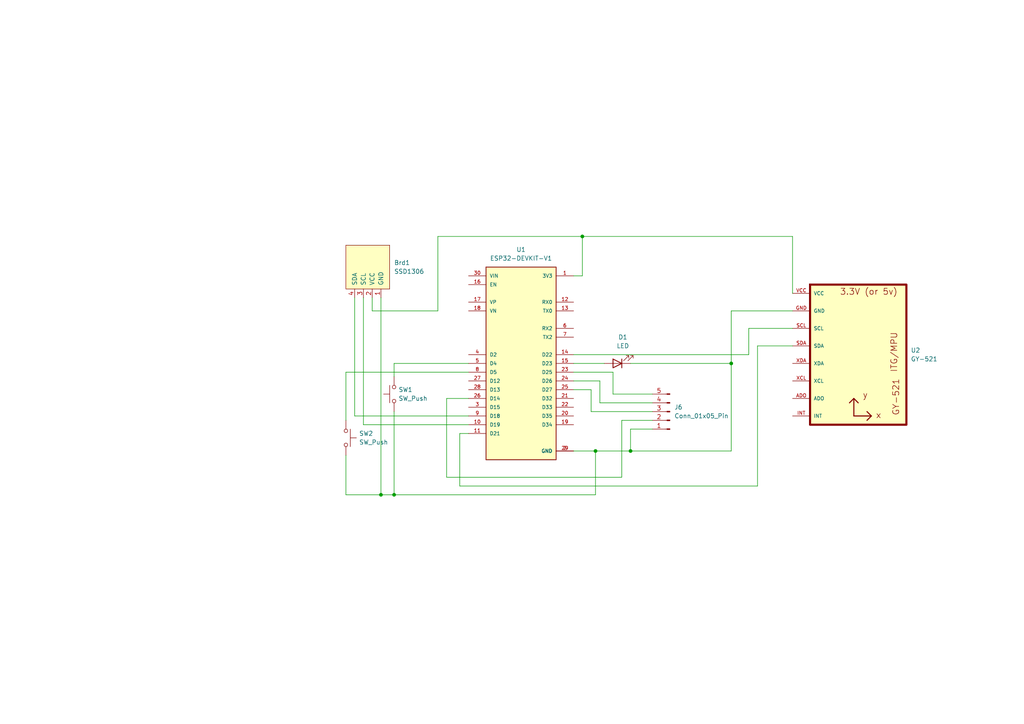
<source format=kicad_sch>
(kicad_sch (version 20250114) (generator "eeschema") (generator_version "9.0")
  (paper "A4")
  (lib_symbols
    (symbol "Connector:Conn_01x05_Pin" (pin_names (offset 1.016) (hide yes))
      (property "Reference" "J" (at 0 7.62 0))
      (property "Value" "Conn_01x05_Pin" (at 0 -7.62 0))
      (symbol "Conn_01x05_Pin_1_1"
        (rectangle (start 0.8636 5.207) (end 0 4.953) (stroke (width 0.1524)) (fill (type outline)))
        (rectangle (start 0.8636 2.667) (end 0 2.413) (stroke (width 0.1524)) (fill (type outline)))
        (rectangle (start 0.8636 0.127) (end 0 -0.127) (stroke (width 0.1524)) (fill (type outline)))
        (rectangle (start 0.8636 -2.413) (end 0 -2.667) (stroke (width 0.1524)) (fill (type outline)))
        (rectangle (start 0.8636 -4.953) (end 0 -5.207) (stroke (width 0.1524)) (fill (type outline)))
        (polyline (pts (xy 1.27 5.08) (xy 0.8636 5.08)) (stroke (width 0.1524)))
        (polyline (pts (xy 1.27 2.54) (xy 0.8636 2.54)) (stroke (width 0.1524)))
        (polyline (pts (xy 1.27 0) (xy 0.8636 0)) (stroke (width 0.1524)))
        (polyline (pts (xy 1.27 -2.54) (xy 0.8636 -2.54)) (stroke (width 0.1524)))
        (polyline (pts (xy 1.27 -5.08) (xy 0.8636 -5.08)) (stroke (width 0.1524)))
        (pin passive line (at 5.08 5.08 180) (length 3.81) (name "Pin_1") (number "1"))
        (pin passive line (at 5.08 2.54 180) (length 3.81) (name "Pin_2") (number "2"))
        (pin passive line (at 5.08 0 180) (length 3.81) (name "Pin_3") (number "3"))
        (pin passive line (at 5.08 -2.54 180) (length 3.81) (name "Pin_4") (number "4"))
        (pin passive line (at 5.08 -5.08 180) (length 3.81) (name "Pin_5") (number "5"))
      )
    )
    (symbol "Device:LED" (pin_numbers (hide yes)) (pin_names (offset 1.016) (hide yes))
      (property "Reference" "D" (at 0 2.54 0))
      (property "Value" "LED" (at 0 -2.54 0))
      (symbol "LED_0_1"
        (polyline (pts (xy -3.048 -0.762) (xy -4.572 -2.286) (xy -3.81 -2.286) (xy -4.572 -2.286) (xy -4.572 -1.524)))
        (polyline (pts (xy -1.778 -0.762) (xy -3.302 -2.286) (xy -2.54 -2.286) (xy -3.302 -2.286) (xy -3.302 -1.524)))
        (polyline (pts (xy -1.27 0) (xy 1.27 0)))
        (polyline (pts (xy -1.27 -1.27) (xy -1.27 1.27)) (stroke (width 0.254)))
        (polyline (pts (xy 1.27 -1.27) (xy 1.27 1.27) (xy -1.27 0) (xy 1.27 -1.27)) (stroke (width 0.254)))
      )
      (symbol "LED_1_1"
        (pin passive line (at -3.81 0 0) (length 2.54) (name "K") (number "1"))
        (pin passive line (at 3.81 0 180) (length 2.54) (name "A") (number "2"))
      )
    )
    (symbol "New_Library:ESP32-DEVKIT-V1" (pin_names (offset 1.016))
      (property "Reference" "U" (at -10.16 30.48 0))
      (property "Value" "ESP32-DEVKIT-V1" (at -10.16 -30.48 0))
      (symbol "ESP32-DEVKIT-V1_0_0"
        (rectangle (start -10.16 -27.94) (end 10.16 27.94) (stroke (width 0.254)) (fill (type background)))
        (pin input line (at -15.24 25.4 0) (length 5.08) (name "VIN") (number "30"))
        (pin input line (at -15.24 22.86 0) (length 5.08) (name "EN") (number "16"))
        (pin bidirectional line (at -15.24 17.78 0) (length 5.08) (name "VP") (number "17"))
        (pin bidirectional line (at -15.24 15.24 0) (length 5.08) (name "VN") (number "18"))
        (pin bidirectional line (at -15.24 2.54 0) (length 5.08) (name "D2") (number "4"))
        (pin bidirectional line (at -15.24 0 0) (length 5.08) (name "D4") (number "5"))
        (pin bidirectional line (at -15.24 -2.54 0) (length 5.08) (name "D5") (number "8"))
        (pin bidirectional line (at -15.24 -5.08 0) (length 5.08) (name "D12") (number "27"))
        (pin bidirectional line (at -15.24 -7.62 0) (length 5.08) (name "D13") (number "28"))
        (pin bidirectional line (at -15.24 -10.16 0) (length 5.08) (name "D14") (number "26"))
        (pin bidirectional line (at -15.24 -12.7 0) (length 5.08) (name "D15") (number "3"))
        (pin bidirectional line (at -15.24 -15.24 0) (length 5.08) (name "D18") (number "9"))
        (pin bidirectional line (at -15.24 -17.78 0) (length 5.08) (name "D19") (number "10"))
        (pin bidirectional line (at -15.24 -20.32 0) (length 5.08) (name "D21") (number "11"))
        (pin output line (at 15.24 25.4 180) (length 5.08) (name "3V3") (number "1"))
        (pin input line (at 15.24 17.78 180) (length 5.08) (name "RX0") (number "12"))
        (pin output line (at 15.24 15.24 180) (length 5.08) (name "TX0") (number "13"))
        (pin input line (at 15.24 10.16 180) (length 5.08) (name "RX2") (number "6"))
        (pin output line (at 15.24 7.62 180) (length 5.08) (name "TX2") (number "7"))
        (pin bidirectional line (at 15.24 2.54 180) (length 5.08) (name "D22") (number "14"))
        (pin bidirectional line (at 15.24 0 180) (length 5.08) (name "D23") (number "15"))
        (pin bidirectional line (at 15.24 -2.54 180) (length 5.08) (name "D25") (number "23"))
        (pin bidirectional line (at 15.24 -5.08 180) (length 5.08) (name "D26") (number "24"))
        (pin bidirectional line (at 15.24 -7.62 180) (length 5.08) (name "D27") (number "25"))
        (pin bidirectional line (at 15.24 -10.16 180) (length 5.08) (name "D32") (number "21"))
        (pin bidirectional line (at 15.24 -12.7 180) (length 5.08) (name "D33") (number "22"))
        (pin bidirectional line (at 15.24 -15.24 180) (length 5.08) (name "D35") (number "20"))
        (pin bidirectional line (at 15.24 -17.78 180) (length 5.08) (name "D34") (number "19"))
        (pin power_in line (at 15.24 -25.4 180) (length 5.08) (name "GND") (number "2"))
        (pin power_in line (at 15.24 -25.4 180) (length 5.08) (name "GND") (number "29"))
      )
    )
    (symbol "New_Library:GY-521" (pin_names (offset 1.016))
      (property "Reference" "U" (at 0 0 0))
      (property "Value" "GY-521" (at 0 0 0))
      (symbol "GY-521_0_0"
        (rectangle (start -10.16 -22.86) (end 17.78 17.78) (stroke (width 0.6096)) (fill (type background)))
        (polyline (pts (xy 2.54 -15.24) (xy 1.27 -16.51)) (stroke (width 0.3048)))
        (polyline (pts (xy 2.54 -15.24) (xy 3.81 -16.51)) (stroke (width 0.3048)))
        (polyline (pts (xy 2.54 -20.32) (xy 2.54 -15.24)) (stroke (width 0.3048)))
        (polyline (pts (xy 2.54 -20.32) (xy 7.62 -20.32)) (stroke (width 0.3048)))
        (polyline (pts (xy 7.62 -20.32) (xy 6.35 -19.05)) (stroke (width 0.3048)))
        (polyline (pts (xy 7.62 -20.32) (xy 6.35 -21.59)) (stroke (width 0.3048)))
        (text "3.3V (or 5v)" (at -1.524 14.732 0) (effects (font (size 1.778 1.778)) (justify left bottom)))
        (text "y" (at 5.08 -15.24 0) (effects (font (size 1.778 1.778)) (justify left bottom)))
        (text "x" (at 8.89 -21.082 0) (effects (font (size 1.778 1.778)) (justify left bottom)))
        (text "GY-521" (at 13.716 -9.398 900) (effects (font (size 1.778 1.778)) (justify right top)))
        (text "ITG/MPU" (at 15.24 -7.62 900) (effects (font (size 1.778 1.778)) (justify left bottom)))
        (pin bidirectional line (at -15.24 15.24 0) (length 5.08) (name "VCC") (number "VCC"))
        (pin bidirectional line (at -15.24 10.16 0) (length 5.08) (name "GND") (number "GND"))
        (pin bidirectional line (at -15.24 5.08 0) (length 5.08) (name "SCL") (number "SCL"))
        (pin bidirectional line (at -15.24 0 0) (length 5.08) (name "SDA") (number "SDA"))
        (pin bidirectional line (at -15.24 -5.08 0) (length 5.08) (name "XDA") (number "XDA"))
        (pin bidirectional line (at -15.24 -10.16 0) (length 5.08) (name "XCL") (number "XCL"))
        (pin bidirectional line (at -15.24 -15.24 0) (length 5.08) (name "ADO") (number "ADO"))
        (pin bidirectional line (at -15.24 -20.32 0) (length 5.08) (name "INT") (number "INT"))
      )
    )
    (symbol "New_Library:SSD1306" (pin_names (offset 1.016))
      (property "Reference" "Brd" (at 0 -3.81 0))
      (property "Value" "SSD1306" (at 0 -1.27 0))
      (symbol "SSD1306_0_1"
        (rectangle (start -6.35 6.35) (end 6.35 -6.35) (fill (type background)))
      )
      (symbol "SSD1306_1_1"
        (pin input line (at -3.81 8.89 270) (length 2.54) (name "GND") (number "1"))
        (pin input line (at -1.27 8.89 270) (length 2.54) (name "VCC") (number "2"))
        (pin input line (at 1.27 8.89 270) (length 2.54) (name "SCL") (number "3"))
        (pin input line (at 3.81 8.89 270) (length 2.54) (name "SDA") (number "4"))
      )
    )
    (symbol "Switch:SW_Push" (pin_numbers (hide yes)) (pin_names (offset 1.016) (hide yes))
      (property "Reference" "SW" (at 1.27 2.54 0))
      (property "Value" "SW_Push" (at 0 -1.524 0))
      (symbol "SW_Push_0_1"
        (circle (center -2.032 0) (radius 0.508))
        (polyline (pts (xy 0 1.27) (xy 0 3.048)))
        (circle (center 2.032 0) (radius 0.508))
        (polyline (pts (xy 2.54 1.27) (xy -2.54 1.27)))
        (pin passive line (at -5.08 0 0) (length 2.54) (name "1") (number "1"))
        (pin passive line (at 5.08 0 180) (length 2.54) (name "2") (number "2"))
      )
    )
  )
  (junction (at 110.49 143.51))
  (junction (at 172.72 130.81))
  (junction (at 182.88 130.81))
  (junction (at 114.3 143.51))
  (junction (at 212.09 105.41))
  (junction (at 168.91 68.58))
  (wire (pts (xy 229.87 100.33) (xy 219.71 100.33)))
  (wire (pts (xy 217.17 95.25) (xy 229.87 95.25)))
  (wire (pts (xy 168.91 80.01) (xy 166.37 80.01)))
  (wire (pts (xy 110.49 86.36) (xy 110.49 143.51)))
  (wire (pts (xy 166.37 105.41) (xy 175.26 105.41)))
  (wire (pts (xy 182.88 130.81) (xy 182.88 124.46)))
  (wire (pts (xy 105.41 123.19) (xy 105.41 86.36)))
  (wire (pts (xy 114.3 105.41) (xy 114.3 109.22)))
  (wire (pts (xy 212.09 90.17) (xy 212.09 105.41)))
  (wire (pts (xy 107.95 86.36) (xy 107.95 90.17)))
  (wire (pts (xy 100.33 132.08) (xy 100.33 143.51)))
  (wire (pts (xy 135.89 115.57) (xy 129.54 115.57)))
  (wire (pts (xy 212.09 105.41) (xy 212.09 130.81)))
  (wire (pts (xy 172.72 143.51) (xy 172.72 130.81)))
  (wire (pts (xy 166.37 130.81) (xy 172.72 130.81)))
  (wire (pts (xy 114.3 143.51) (xy 172.72 143.51)))
  (wire (pts (xy 133.35 125.73) (xy 135.89 125.73)))
  (wire (pts (xy 180.34 138.43) (xy 180.34 121.92)))
  (wire (pts (xy 100.33 143.51) (xy 110.49 143.51)))
  (wire (pts (xy 229.87 85.09) (xy 229.87 68.58)))
  (wire (pts (xy 229.87 90.17) (xy 212.09 90.17)))
  (wire (pts (xy 135.89 107.95) (xy 100.33 107.95)))
  (wire (pts (xy 173.99 116.84) (xy 189.23 116.84)))
  (wire (pts (xy 135.89 120.65) (xy 102.87 120.65)))
  (wire (pts (xy 212.09 130.81) (xy 182.88 130.81)))
  (wire (pts (xy 166.37 110.49) (xy 173.99 110.49)))
  (wire (pts (xy 219.71 100.33) (xy 219.71 140.97)))
  (wire (pts (xy 217.17 102.87) (xy 217.17 95.25)))
  (wire (pts (xy 135.89 105.41) (xy 114.3 105.41)))
  (wire (pts (xy 166.37 102.87) (xy 217.17 102.87)))
  (wire (pts (xy 171.45 113.03) (xy 171.45 119.38)))
  (wire (pts (xy 129.54 138.43) (xy 180.34 138.43)))
  (wire (pts (xy 171.45 119.38) (xy 189.23 119.38)))
  (wire (pts (xy 135.89 123.19) (xy 105.41 123.19)))
  (wire (pts (xy 173.99 110.49) (xy 173.99 116.84)))
  (wire (pts (xy 180.34 121.92) (xy 189.23 121.92)))
  (wire (pts (xy 168.91 68.58) (xy 168.91 80.01)))
  (wire (pts (xy 127 90.17) (xy 127 68.58)))
  (wire (pts (xy 166.37 107.95) (xy 177.8 107.95)))
  (wire (pts (xy 102.87 120.65) (xy 102.87 86.36)))
  (wire (pts (xy 100.33 107.95) (xy 100.33 121.92)))
  (wire (pts (xy 172.72 130.81) (xy 182.88 130.81)))
  (wire (pts (xy 182.88 105.41) (xy 212.09 105.41)))
  (wire (pts (xy 129.54 115.57) (xy 129.54 138.43)))
  (wire (pts (xy 127 68.58) (xy 168.91 68.58)))
  (wire (pts (xy 166.37 113.03) (xy 171.45 113.03)))
  (wire (pts (xy 133.35 140.97) (xy 133.35 125.73)))
  (wire (pts (xy 177.8 107.95) (xy 177.8 114.3)))
  (wire (pts (xy 110.49 143.51) (xy 114.3 143.51)))
  (wire (pts (xy 182.88 124.46) (xy 189.23 124.46)))
  (wire (pts (xy 107.95 90.17) (xy 127 90.17)))
  (wire (pts (xy 177.8 114.3) (xy 189.23 114.3)))
  (wire (pts (xy 114.3 119.38) (xy 114.3 143.51)))
  (wire (pts (xy 219.71 140.97) (xy 133.35 140.97)))
  (wire (pts (xy 229.87 68.58) (xy 168.91 68.58)))
  (symbol (lib_id "New_Library:ESP32-DEVKIT-V1") (at 151.13 105.41 0) (unit 1)
    (property "Reference" "U1" (at 151.13 72.39 0))
    (property "Value" "ESP32-DEVKIT-V1" (at 151.13 74.93 0))
    (property "Footprint" "Library:MODULE_ESP32_DEVKIT_V1" (effects (hide yes)))
    (property "MF" "Do it" (effects (hide yes)))
    (property "MAXIMUM_PACKAGE_HEIGHT" "6.8 mm" (effects (hide yes)))
    (property "Package" "None" (effects (hide yes)))
    (property "Price" "None" (effects (hide yes)))
    (property "Check_prices" "https://www.snapeda.com/parts/ESP32-DEVKIT-V1/Do+it/view-part/?ref=eda" (effects (hide yes)))
    (property "STANDARD" "Manufacturer Recommendations" (effects (hide yes)))
    (property "PARTREV" "N/A" (effects (hide yes)))
    (property "SnapEDA_Link" "https://www.snapeda.com/parts/ESP32-DEVKIT-V1/Do+it/view-part/?ref=snap" (effects (hide yes)))
    (property "MP" "ESP32-DEVKIT-V1" (effects (hide yes)))
    (property "Description_1" "Dual core, Wi-Fi: 2.4 GHz up to 150 Mbits/s,BLE (Bluetooth Low Energy) and legacy Bluetooth, 32 bits, Up to 240 MHz" (effects (hide yes)))
    (property "Availability" "Not in stock" (effects (hide yes)))
    (property "MANUFACTURER" "DOIT" (effects (hide yes)))
  )
  (symbol (lib_id "Switch:SW_Push") (at 100.33 127 270) (unit 1)
    (property "Reference" "SW2" (at 104.14 125.7299 90) (effects (justify left)))
    (property "Value" "SW_Push" (at 104.14 128.2699 90) (effects (justify left)))
    (property "Footprint" "Button_Switch_THT:SW_PUSH_6mm" (effects (hide yes)))
    (property "Description" "Push button switch, generic, two pins" (effects (hide yes)))
  )
  (symbol (lib_id "New_Library:SSD1306") (at 106.68 77.47 180) (unit 1)
    (property "Reference" "Brd1" (at 114.3 76.1999 0) (effects (justify right)))
    (property "Value" "SSD1306" (at 114.3 78.7399 0) (effects (justify right)))
    (property "Footprint" "Connector_PinHeader_2.54mm:PinHeader_1x04_P2.54mm_Vertical" (effects (hide yes)))
    (property "Description" "SSD1306 OLED" (effects (hide yes)))
  )
  (symbol (lib_id "Device:LED") (at 179.07 105.41 180) (unit 1)
    (property "Reference" "D1" (at 180.6575 97.79 0))
    (property "Value" "LED" (at 180.6575 100.33 0))
    (property "Footprint" "LED_THT:LED_D3.0mm" (effects (hide yes)))
    (property "Description" "Light emitting diode" (effects (hide yes)))
    (property "Sim.Pins" "1=K 2=A" (effects (hide yes)))
  )
  (symbol (lib_id "Connector:Conn_01x05_Pin") (at 194.31 119.38 180) (unit 1)
    (property "Reference" "J6" (at 195.58 118.1099 0) (effects (justify right)))
    (property "Value" "Conn_01x05_Pin" (at 195.58 120.6499 0) (effects (justify right)))
    (property "Footprint" "Connector_PinHeader_2.54mm:PinHeader_1x05_P2.54mm_Vertical" (effects (hide yes)))
    (property "Description" "Generic connector, single row, 01x05, script generated" (effects (hide yes)))
  )
  (symbol (lib_id "Switch:SW_Push") (at 114.3 114.3 90) (unit 1)
    (property "Reference" "SW1" (at 115.57 113.0299 90) (effects (justify right)))
    (property "Value" "SW_Push" (at 115.57 115.5699 90) (effects (justify right)))
    (property "Footprint" "Button_Switch_THT:SW_PUSH_6mm" (effects (hide yes)))
    (property "Description" "Push button switch, generic, two pins" (effects (hide yes)))
  )
  (symbol (lib_id "New_Library:GY-521") (at 245.11 100.33 0) (unit 1)
    (property "Reference" "U2" (at 264.16 101.5999 0) (effects (justify left)))
    (property "Value" "GY-521" (at 264.16 104.1399 0) (effects (justify left)))
    (property "Footprint" "Library:GY-521" (effects (hide yes)))
    (property "MF" "GODREAM FORDREAM CO., LIMITED" (effects (hide yes)))
    (property "Description_1" "Triple Axis Accelerometer Gyro Breakout" (effects (hide yes)))
    (property "Package" "Package" (effects (hide yes)))
    (property "Price" "None" (effects (hide yes)))
    (property "SnapEDA_Link" "https://www.snapeda.com/parts/GY-521/GODREAM+FORDREAM+CO.%252C+LIMITED/view-part/?ref=snap" (effects (hide yes)))
    (property "MP" "GY-521" (effects (hide yes)))
    (property "Availability" "Not in stock" (effects (hide yes)))
    (property "Check_prices" "https://www.snapeda.com/parts/GY-521/GODREAM+FORDREAM+CO.%252C+LIMITED/view-part/?ref=eda" (effects (hide yes)))
  )
)
</source>
